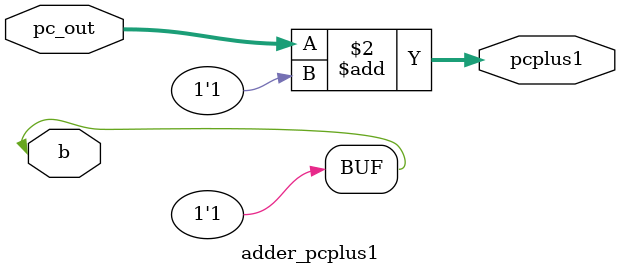
<source format=v>

module adder_pcplus1(pc_out,b,pcplus1);
input[31:0]pc_out;
input b;
output reg[31:0]pcplus1;
assign b=1'b1;
always @(*)
begin
pcplus1=pc_out+b;
end
endmodule

</source>
